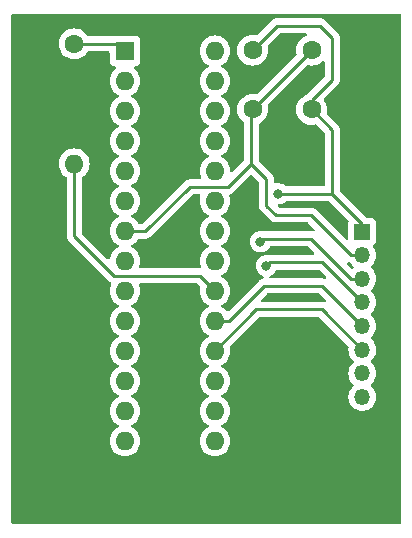
<source format=gbr>
%TF.GenerationSoftware,KiCad,Pcbnew,7.0.1*%
%TF.CreationDate,2023-04-21T04:09:38+01:00*%
%TF.ProjectId,wiikey,7769696b-6579-42e6-9b69-6361645f7063,rev?*%
%TF.SameCoordinates,Original*%
%TF.FileFunction,Copper,L1,Top*%
%TF.FilePolarity,Positive*%
%FSLAX46Y46*%
G04 Gerber Fmt 4.6, Leading zero omitted, Abs format (unit mm)*
G04 Created by KiCad (PCBNEW 7.0.1) date 2023-04-21 04:09:38*
%MOMM*%
%LPD*%
G01*
G04 APERTURE LIST*
%TA.AperFunction,ComponentPad*%
%ADD10R,1.350000X1.350000*%
%TD*%
%TA.AperFunction,ComponentPad*%
%ADD11O,1.350000X1.350000*%
%TD*%
%TA.AperFunction,ComponentPad*%
%ADD12C,1.600000*%
%TD*%
%TA.AperFunction,ComponentPad*%
%ADD13O,1.600000X1.600000*%
%TD*%
%TA.AperFunction,ComponentPad*%
%ADD14R,1.600000X1.600000*%
%TD*%
%TA.AperFunction,ViaPad*%
%ADD15C,0.800000*%
%TD*%
%TA.AperFunction,Conductor*%
%ADD16C,0.250000*%
%TD*%
G04 APERTURE END LIST*
D10*
%TO.P,J1,1,Pin_1*%
%TO.N,Net-(J1-Pin_1)*%
X174142400Y-104325400D03*
D11*
%TO.P,J1,2,Pin_2*%
%TO.N,Net-(J1-Pin_2)*%
X174142400Y-106325400D03*
%TO.P,J1,3,Pin_3*%
%TO.N,Net-(J1-Pin_3)*%
X174142400Y-108325400D03*
%TO.P,J1,4,Pin_4*%
%TO.N,Net-(J1-Pin_4)*%
X174142400Y-110325400D03*
%TO.P,J1,5,Pin_5*%
%TO.N,Net-(J1-Pin_5)*%
X174142400Y-112325400D03*
%TO.P,J1,6,Pin_6*%
%TO.N,Net-(J1-Pin_6)*%
X174142400Y-114325400D03*
%TO.P,J1,7,Pin_7*%
%TO.N,unconnected-(J1-Pin_7-Pad7)*%
X174142400Y-116325400D03*
%TO.P,J1,8,Pin_8*%
%TO.N,unconnected-(J1-Pin_8-Pad8)*%
X174142400Y-118325400D03*
%TD*%
D12*
%TO.P,R1,1*%
%TO.N,Net-(U1-PC6{slash}~{RESET})*%
X149758400Y-88417400D03*
D13*
%TO.P,R1,2*%
%TO.N,Net-(U1-AVCC)*%
X149758400Y-98577400D03*
%TD*%
D14*
%TO.P,U1,1,PC6/~{RESET}*%
%TO.N,Net-(U1-PC6{slash}~{RESET})*%
X154051000Y-89027000D03*
D13*
%TO.P,U1,2,PD0*%
%TO.N,unconnected-(U1-PD0-Pad2)*%
X154051000Y-91567000D03*
%TO.P,U1,3,PD1*%
%TO.N,unconnected-(U1-PD1-Pad3)*%
X154051000Y-94107000D03*
%TO.P,U1,4,PD2*%
%TO.N,unconnected-(U1-PD2-Pad4)*%
X154051000Y-96647000D03*
%TO.P,U1,5,PD3*%
%TO.N,unconnected-(U1-PD3-Pad5)*%
X154051000Y-99187000D03*
%TO.P,U1,6,PD4*%
%TO.N,unconnected-(U1-PD4-Pad6)*%
X154051000Y-101727000D03*
%TO.P,U1,7,VCC*%
%TO.N,Net-(J1-Pin_2)*%
X154051000Y-104267000D03*
%TO.P,U1,8,GND*%
%TO.N,Net-(J1-Pin_1)*%
X154051000Y-106807000D03*
%TO.P,U1,9,PB6/XTAL1*%
%TO.N,unconnected-(U1-PB6{slash}XTAL1-Pad9)*%
X154051000Y-109347000D03*
%TO.P,U1,10,PB7/XTAL2*%
%TO.N,unconnected-(U1-PB7{slash}XTAL2-Pad10)*%
X154051000Y-111887000D03*
%TO.P,U1,11,PD5*%
%TO.N,unconnected-(U1-PD5-Pad11)*%
X154051000Y-114427000D03*
%TO.P,U1,12,PD6*%
%TO.N,unconnected-(U1-PD6-Pad12)*%
X154051000Y-116967000D03*
%TO.P,U1,13,PD7*%
%TO.N,unconnected-(U1-PD7-Pad13)*%
X154051000Y-119507000D03*
%TO.P,U1,14,PB0*%
%TO.N,unconnected-(U1-PB0-Pad14)*%
X154051000Y-122047000D03*
%TO.P,U1,15,PB1*%
%TO.N,Net-(J1-Pin_3)*%
X161671000Y-122047000D03*
%TO.P,U1,16,PB2*%
%TO.N,unconnected-(U1-PB2-Pad16)*%
X161671000Y-119507000D03*
%TO.P,U1,17,PB3*%
%TO.N,Net-(J1-Pin_4)*%
X161671000Y-116967000D03*
%TO.P,U1,18,PB4*%
%TO.N,Net-(J1-Pin_6)*%
X161671000Y-114427000D03*
%TO.P,U1,19,PB5*%
%TO.N,Net-(J1-Pin_5)*%
X161671000Y-111887000D03*
%TO.P,U1,20,AVCC*%
%TO.N,Net-(U1-AVCC)*%
X161671000Y-109347000D03*
%TO.P,U1,21,AREF*%
%TO.N,unconnected-(U1-AREF-Pad21)*%
X161671000Y-106807000D03*
%TO.P,U1,22,AGND*%
%TO.N,Net-(J1-Pin_1)*%
X161671000Y-104267000D03*
%TO.P,U1,23,PC0*%
%TO.N,unconnected-(U1-PC0-Pad23)*%
X161671000Y-101727000D03*
%TO.P,U1,24,PC1*%
%TO.N,unconnected-(U1-PC1-Pad24)*%
X161671000Y-99187000D03*
%TO.P,U1,25,PC2*%
%TO.N,unconnected-(U1-PC2-Pad25)*%
X161671000Y-96647000D03*
%TO.P,U1,26,PC3*%
%TO.N,unconnected-(U1-PC3-Pad26)*%
X161671000Y-94107000D03*
%TO.P,U1,27,PC4*%
%TO.N,unconnected-(U1-PC4-Pad27)*%
X161671000Y-91567000D03*
%TO.P,U1,28,PC5*%
%TO.N,unconnected-(U1-PC5-Pad28)*%
X161671000Y-89027000D03*
%TD*%
D12*
%TO.P,C2,1*%
%TO.N,Net-(J1-Pin_2)*%
X164851000Y-93980000D03*
%TO.P,C2,2*%
%TO.N,Net-(J1-Pin_1)*%
X169851000Y-93980000D03*
%TD*%
%TO.P,C1,1*%
%TO.N,Net-(J1-Pin_1)*%
X164851000Y-88977000D03*
%TO.P,C1,2*%
%TO.N,Net-(J1-Pin_2)*%
X169851000Y-88977000D03*
%TD*%
D15*
%TO.N,Net-(J1-Pin_1)*%
X167030400Y-101117400D03*
%TO.N,Net-(J1-Pin_3)*%
X165506400Y-105181400D03*
%TO.N,Net-(J1-Pin_4)*%
X166014400Y-107213400D03*
%TD*%
D16*
%TO.N,Net-(J1-Pin_1)*%
X171602400Y-95731400D02*
X169851000Y-93980000D01*
X171602400Y-87909400D02*
X170586400Y-86893400D01*
X161671000Y-104267000D02*
X161671000Y-103936800D01*
X166934600Y-86893400D02*
X164851000Y-88977000D01*
X167030400Y-101117400D02*
X171602400Y-101117400D01*
X171602400Y-91465400D02*
X171602400Y-87909400D01*
X174142400Y-104325400D02*
X174142400Y-103657400D01*
X171602400Y-101117400D02*
X171602400Y-95731400D01*
X169851000Y-93980000D02*
X169851000Y-93216800D01*
X174142400Y-103657400D02*
X171602400Y-101117400D01*
X161264600Y-104673400D02*
X161671000Y-104267000D01*
X169851000Y-93216800D02*
X171602400Y-91465400D01*
X170586400Y-86893400D02*
X166934600Y-86893400D01*
%TO.N,Net-(J1-Pin_2)*%
X166795200Y-102914200D02*
X166014400Y-102133400D01*
X166014400Y-99847400D02*
X164744400Y-98577400D01*
X164744400Y-94086600D02*
X164851000Y-93980000D01*
X164744400Y-98577400D02*
X164744400Y-94086600D01*
X155778200Y-104292400D02*
X154076400Y-104292400D01*
X164851000Y-93980000D02*
X169851000Y-88980000D01*
X173184800Y-106325400D02*
X174142400Y-106325400D01*
X169773600Y-102914200D02*
X173184800Y-106325400D01*
X162788600Y-100533200D02*
X159537400Y-100533200D01*
X166014400Y-102133400D02*
X166014400Y-99847400D01*
X154076400Y-104292400D02*
X154051000Y-104267000D01*
X159537400Y-100533200D02*
X155778200Y-104292400D01*
X169851000Y-88980000D02*
X169851000Y-88977000D01*
X164744400Y-98577400D02*
X162788600Y-100533200D01*
X169773600Y-102914200D02*
X166795200Y-102914200D01*
%TO.N,Net-(J1-Pin_3)*%
X169773600Y-104914200D02*
X173184800Y-108325400D01*
X165773600Y-104914200D02*
X165506400Y-105181400D01*
X173184800Y-108325400D02*
X174142400Y-108325400D01*
X169773600Y-104914200D02*
X165773600Y-104914200D01*
%TO.N,Net-(J1-Pin_4)*%
X166313600Y-106914200D02*
X170731200Y-106914200D01*
X170731200Y-106914200D02*
X174142400Y-110325400D01*
X166014400Y-107213400D02*
X166313600Y-106914200D01*
%TO.N,Net-(J1-Pin_5)*%
X170731200Y-108914200D02*
X174142400Y-112325400D01*
X165837600Y-108914200D02*
X170731200Y-108914200D01*
X162864800Y-111887000D02*
X165837600Y-108914200D01*
X161671000Y-111887000D02*
X162864800Y-111887000D01*
%TO.N,Net-(J1-Pin_6)*%
X165183800Y-110914200D02*
X170731200Y-110914200D01*
X161671000Y-114427000D02*
X165183800Y-110914200D01*
X170731200Y-110914200D02*
X174142400Y-114325400D01*
%TO.N,Net-(U1-PC6{slash}~{RESET})*%
X149758400Y-88417400D02*
X153441400Y-88417400D01*
X153441400Y-88417400D02*
X154051000Y-89027000D01*
%TO.N,Net-(U1-AVCC)*%
X153085800Y-108051600D02*
X160375600Y-108051600D01*
X149758400Y-104724200D02*
X153085800Y-108051600D01*
X149758400Y-98577400D02*
X149758400Y-104724200D01*
X160375600Y-108051600D02*
X161671000Y-109347000D01*
%TD*%
%TA.AperFunction,NonConductor*%
G36*
X177381900Y-85894513D02*
G01*
X177427287Y-85939900D01*
X177443900Y-86001900D01*
X177443900Y-128932900D01*
X177427287Y-128994900D01*
X177381900Y-129040287D01*
X177319900Y-129056900D01*
X144548900Y-129056900D01*
X144486900Y-129040287D01*
X144441513Y-128994900D01*
X144424900Y-128932900D01*
X144424900Y-98577400D01*
X148452931Y-98577400D01*
X148472764Y-98804089D01*
X148531661Y-99023897D01*
X148627832Y-99230135D01*
X148758353Y-99416540D01*
X148919259Y-99577446D01*
X149080023Y-99690013D01*
X149118889Y-99734331D01*
X149132900Y-99791588D01*
X149132900Y-104641456D01*
X149130635Y-104661962D01*
X149132839Y-104732073D01*
X149132900Y-104735968D01*
X149132900Y-104763549D01*
X149133403Y-104767534D01*
X149134318Y-104779167D01*
X149135690Y-104822826D01*
X149141279Y-104842060D01*
X149145225Y-104861116D01*
X149147735Y-104880992D01*
X149163814Y-104921604D01*
X149167597Y-104932651D01*
X149179782Y-104974591D01*
X149189980Y-104991835D01*
X149198536Y-105009300D01*
X149205914Y-105027932D01*
X149205915Y-105027933D01*
X149231580Y-105063259D01*
X149237993Y-105073022D01*
X149260226Y-105110616D01*
X149260229Y-105110619D01*
X149260230Y-105110620D01*
X149274395Y-105124785D01*
X149287027Y-105139575D01*
X149298806Y-105155787D01*
X149332458Y-105183626D01*
X149341099Y-105191489D01*
X152584996Y-108435387D01*
X152597896Y-108451488D01*
X152649023Y-108499500D01*
X152651820Y-108502211D01*
X152671329Y-108521720D01*
X152674511Y-108524188D01*
X152683371Y-108531755D01*
X152694624Y-108542323D01*
X152715218Y-108561662D01*
X152732770Y-108571311D01*
X152749038Y-108581997D01*
X152764864Y-108594273D01*
X152804946Y-108611617D01*
X152815425Y-108616750D01*
X152826089Y-108622613D01*
X152870972Y-108664710D01*
X152890091Y-108723201D01*
X152878736Y-108783681D01*
X152824261Y-108900501D01*
X152765364Y-109120310D01*
X152745531Y-109347000D01*
X152765364Y-109573689D01*
X152824261Y-109793497D01*
X152920432Y-109999735D01*
X153050953Y-110186140D01*
X153211859Y-110347046D01*
X153380278Y-110464973D01*
X153398266Y-110477568D01*
X153456275Y-110504618D01*
X153508450Y-110550375D01*
X153527869Y-110617000D01*
X153508450Y-110683625D01*
X153456275Y-110729382D01*
X153398263Y-110756433D01*
X153211859Y-110886953D01*
X153050953Y-111047859D01*
X152920432Y-111234264D01*
X152824261Y-111440502D01*
X152765364Y-111660310D01*
X152745531Y-111887000D01*
X152765364Y-112113689D01*
X152824261Y-112333497D01*
X152920432Y-112539735D01*
X153050953Y-112726140D01*
X153211859Y-112887046D01*
X153398262Y-113017565D01*
X153398266Y-113017568D01*
X153456275Y-113044618D01*
X153508450Y-113090375D01*
X153527869Y-113157000D01*
X153508450Y-113223625D01*
X153456275Y-113269382D01*
X153398263Y-113296433D01*
X153211859Y-113426953D01*
X153050953Y-113587859D01*
X152920432Y-113774264D01*
X152824261Y-113980502D01*
X152765364Y-114200310D01*
X152745531Y-114427000D01*
X152765364Y-114653689D01*
X152824261Y-114873497D01*
X152920432Y-115079735D01*
X153050953Y-115266140D01*
X153211859Y-115427046D01*
X153359003Y-115530076D01*
X153398266Y-115557568D01*
X153456273Y-115584617D01*
X153508449Y-115630373D01*
X153527869Y-115696997D01*
X153508451Y-115763622D01*
X153456276Y-115809380D01*
X153398266Y-115836431D01*
X153211859Y-115966953D01*
X153050953Y-116127859D01*
X152920432Y-116314264D01*
X152824261Y-116520502D01*
X152765364Y-116740310D01*
X152745531Y-116967000D01*
X152765364Y-117193689D01*
X152824261Y-117413497D01*
X152920432Y-117619735D01*
X153050953Y-117806140D01*
X153211859Y-117967046D01*
X153398263Y-118097566D01*
X153398266Y-118097568D01*
X153456275Y-118124618D01*
X153508450Y-118170375D01*
X153527869Y-118237000D01*
X153508450Y-118303625D01*
X153456275Y-118349382D01*
X153398263Y-118376433D01*
X153211859Y-118506953D01*
X153050953Y-118667859D01*
X152920432Y-118854264D01*
X152824261Y-119060502D01*
X152765364Y-119280310D01*
X152745531Y-119507000D01*
X152765364Y-119733689D01*
X152824261Y-119953497D01*
X152920432Y-120159735D01*
X153050953Y-120346140D01*
X153211859Y-120507046D01*
X153398263Y-120637566D01*
X153398266Y-120637568D01*
X153456275Y-120664618D01*
X153508450Y-120710375D01*
X153527869Y-120777000D01*
X153508450Y-120843625D01*
X153456275Y-120889382D01*
X153398263Y-120916433D01*
X153211859Y-121046953D01*
X153050953Y-121207859D01*
X152920432Y-121394264D01*
X152824261Y-121600502D01*
X152765364Y-121820310D01*
X152745531Y-122047000D01*
X152765364Y-122273689D01*
X152824261Y-122493497D01*
X152920432Y-122699735D01*
X153050953Y-122886140D01*
X153211859Y-123047046D01*
X153398264Y-123177567D01*
X153398265Y-123177567D01*
X153398266Y-123177568D01*
X153604504Y-123273739D01*
X153824308Y-123332635D01*
X154051000Y-123352468D01*
X154277692Y-123332635D01*
X154497496Y-123273739D01*
X154703734Y-123177568D01*
X154890139Y-123047047D01*
X155051047Y-122886139D01*
X155181568Y-122699734D01*
X155277739Y-122493496D01*
X155336635Y-122273692D01*
X155356468Y-122047000D01*
X155336635Y-121820308D01*
X155277739Y-121600504D01*
X155181568Y-121394266D01*
X155051047Y-121207861D01*
X155051046Y-121207859D01*
X154890140Y-121046953D01*
X154703733Y-120916431D01*
X154645725Y-120889382D01*
X154593549Y-120843625D01*
X154574129Y-120777000D01*
X154593549Y-120710375D01*
X154645725Y-120664618D01*
X154703734Y-120637568D01*
X154890139Y-120507047D01*
X155051047Y-120346139D01*
X155181568Y-120159734D01*
X155277739Y-119953496D01*
X155336635Y-119733692D01*
X155356468Y-119507000D01*
X155336635Y-119280308D01*
X155277739Y-119060504D01*
X155181568Y-118854266D01*
X155109862Y-118751859D01*
X155051046Y-118667859D01*
X154890140Y-118506953D01*
X154703733Y-118376431D01*
X154645725Y-118349382D01*
X154593549Y-118303625D01*
X154574129Y-118237000D01*
X154593549Y-118170375D01*
X154645725Y-118124618D01*
X154703734Y-118097568D01*
X154890139Y-117967047D01*
X155051047Y-117806139D01*
X155181568Y-117619734D01*
X155277739Y-117413496D01*
X155336635Y-117193692D01*
X155356468Y-116967000D01*
X155336635Y-116740308D01*
X155277739Y-116520504D01*
X155181568Y-116314266D01*
X155051047Y-116127861D01*
X155051046Y-116127859D01*
X154890140Y-115966953D01*
X154703732Y-115836430D01*
X154645724Y-115809380D01*
X154593549Y-115763623D01*
X154574130Y-115696997D01*
X154593550Y-115630373D01*
X154645721Y-115584619D01*
X154703734Y-115557568D01*
X154890139Y-115427047D01*
X155051047Y-115266139D01*
X155181568Y-115079734D01*
X155277739Y-114873496D01*
X155336635Y-114653692D01*
X155356468Y-114427000D01*
X155336635Y-114200308D01*
X155277739Y-113980504D01*
X155181568Y-113774266D01*
X155132317Y-113703928D01*
X155051046Y-113587859D01*
X154890140Y-113426953D01*
X154703732Y-113296430D01*
X154645724Y-113269380D01*
X154593549Y-113223623D01*
X154574130Y-113156997D01*
X154593550Y-113090373D01*
X154645721Y-113044619D01*
X154703734Y-113017568D01*
X154890139Y-112887047D01*
X155051047Y-112726139D01*
X155181568Y-112539734D01*
X155277739Y-112333496D01*
X155336635Y-112113692D01*
X155356468Y-111887000D01*
X155336635Y-111660308D01*
X155277739Y-111440504D01*
X155181568Y-111234266D01*
X155102064Y-111120722D01*
X155051046Y-111047859D01*
X154890140Y-110886953D01*
X154703733Y-110756431D01*
X154645725Y-110729382D01*
X154593549Y-110683625D01*
X154574129Y-110617000D01*
X154593549Y-110550375D01*
X154645725Y-110504618D01*
X154703734Y-110477568D01*
X154890139Y-110347047D01*
X155051047Y-110186139D01*
X155181568Y-109999734D01*
X155277739Y-109793496D01*
X155336635Y-109573692D01*
X155356468Y-109347000D01*
X155336635Y-109120308D01*
X155277739Y-108900504D01*
X155255823Y-108853505D01*
X155244470Y-108792990D01*
X155263624Y-108734475D01*
X155308562Y-108692386D01*
X155368205Y-108677100D01*
X160065148Y-108677100D01*
X160112601Y-108686539D01*
X160152829Y-108713419D01*
X160371586Y-108932177D01*
X160403680Y-108987764D01*
X160403680Y-109051950D01*
X160385364Y-109120307D01*
X160365531Y-109347000D01*
X160385364Y-109573689D01*
X160444261Y-109793497D01*
X160540432Y-109999735D01*
X160670953Y-110186140D01*
X160831859Y-110347046D01*
X161000278Y-110464973D01*
X161018266Y-110477568D01*
X161076275Y-110504618D01*
X161128450Y-110550375D01*
X161147869Y-110617000D01*
X161128450Y-110683625D01*
X161076275Y-110729382D01*
X161018263Y-110756433D01*
X160831859Y-110886953D01*
X160670953Y-111047859D01*
X160540432Y-111234264D01*
X160444261Y-111440502D01*
X160385364Y-111660310D01*
X160365531Y-111887000D01*
X160385364Y-112113689D01*
X160444261Y-112333497D01*
X160540432Y-112539735D01*
X160670953Y-112726140D01*
X160831859Y-112887046D01*
X161018262Y-113017565D01*
X161018266Y-113017568D01*
X161076275Y-113044618D01*
X161128450Y-113090375D01*
X161147869Y-113157000D01*
X161128450Y-113223625D01*
X161076275Y-113269382D01*
X161018263Y-113296433D01*
X160831859Y-113426953D01*
X160670953Y-113587859D01*
X160540432Y-113774264D01*
X160444261Y-113980502D01*
X160385364Y-114200310D01*
X160365531Y-114427000D01*
X160385364Y-114653689D01*
X160444261Y-114873497D01*
X160540432Y-115079735D01*
X160670953Y-115266140D01*
X160831859Y-115427046D01*
X160979003Y-115530076D01*
X161018266Y-115557568D01*
X161076273Y-115584617D01*
X161128449Y-115630373D01*
X161147869Y-115696997D01*
X161128451Y-115763622D01*
X161076276Y-115809380D01*
X161018266Y-115836431D01*
X160831859Y-115966953D01*
X160670953Y-116127859D01*
X160540432Y-116314264D01*
X160444261Y-116520502D01*
X160385364Y-116740310D01*
X160365531Y-116967000D01*
X160385364Y-117193689D01*
X160444261Y-117413497D01*
X160540432Y-117619735D01*
X160670953Y-117806140D01*
X160831859Y-117967046D01*
X161018263Y-118097566D01*
X161018266Y-118097568D01*
X161076275Y-118124618D01*
X161128450Y-118170375D01*
X161147869Y-118237000D01*
X161128450Y-118303625D01*
X161076275Y-118349382D01*
X161018263Y-118376433D01*
X160831859Y-118506953D01*
X160670953Y-118667859D01*
X160540432Y-118854264D01*
X160444261Y-119060502D01*
X160385364Y-119280310D01*
X160365531Y-119507000D01*
X160385364Y-119733689D01*
X160444261Y-119953497D01*
X160540432Y-120159735D01*
X160670953Y-120346140D01*
X160831859Y-120507046D01*
X161018263Y-120637566D01*
X161018266Y-120637568D01*
X161076275Y-120664618D01*
X161128450Y-120710375D01*
X161147869Y-120777000D01*
X161128450Y-120843625D01*
X161076275Y-120889382D01*
X161018263Y-120916433D01*
X160831859Y-121046953D01*
X160670953Y-121207859D01*
X160540432Y-121394264D01*
X160444261Y-121600502D01*
X160385364Y-121820310D01*
X160365531Y-122047000D01*
X160385364Y-122273689D01*
X160444261Y-122493497D01*
X160540432Y-122699735D01*
X160670953Y-122886140D01*
X160831859Y-123047046D01*
X161018264Y-123177567D01*
X161018265Y-123177567D01*
X161018266Y-123177568D01*
X161224504Y-123273739D01*
X161444308Y-123332635D01*
X161671000Y-123352468D01*
X161897692Y-123332635D01*
X162117496Y-123273739D01*
X162323734Y-123177568D01*
X162510139Y-123047047D01*
X162671047Y-122886139D01*
X162801568Y-122699734D01*
X162897739Y-122493496D01*
X162956635Y-122273692D01*
X162976468Y-122047000D01*
X162956635Y-121820308D01*
X162897739Y-121600504D01*
X162801568Y-121394266D01*
X162671047Y-121207861D01*
X162671046Y-121207859D01*
X162510140Y-121046953D01*
X162323733Y-120916431D01*
X162265725Y-120889382D01*
X162213549Y-120843625D01*
X162194129Y-120777000D01*
X162213549Y-120710375D01*
X162265725Y-120664618D01*
X162323734Y-120637568D01*
X162510139Y-120507047D01*
X162671047Y-120346139D01*
X162801568Y-120159734D01*
X162897739Y-119953496D01*
X162956635Y-119733692D01*
X162976468Y-119507000D01*
X162956635Y-119280308D01*
X162897739Y-119060504D01*
X162801568Y-118854266D01*
X162729862Y-118751859D01*
X162671046Y-118667859D01*
X162510140Y-118506953D01*
X162323733Y-118376431D01*
X162265725Y-118349382D01*
X162213549Y-118303625D01*
X162194129Y-118237000D01*
X162213549Y-118170375D01*
X162265725Y-118124618D01*
X162323734Y-118097568D01*
X162510139Y-117967047D01*
X162671047Y-117806139D01*
X162801568Y-117619734D01*
X162897739Y-117413496D01*
X162956635Y-117193692D01*
X162976468Y-116967000D01*
X162956635Y-116740308D01*
X162897739Y-116520504D01*
X162801568Y-116314266D01*
X162671047Y-116127861D01*
X162671046Y-116127859D01*
X162510140Y-115966953D01*
X162323732Y-115836430D01*
X162265724Y-115809380D01*
X162213549Y-115763623D01*
X162194130Y-115696997D01*
X162213550Y-115630373D01*
X162265721Y-115584619D01*
X162323734Y-115557568D01*
X162510139Y-115427047D01*
X162671047Y-115266139D01*
X162801568Y-115079734D01*
X162897739Y-114873496D01*
X162956635Y-114653692D01*
X162976468Y-114427000D01*
X162956635Y-114200308D01*
X162938319Y-114131951D01*
X162938319Y-114067763D01*
X162970411Y-114012178D01*
X165406571Y-111576019D01*
X165446800Y-111549139D01*
X165494253Y-111539700D01*
X170420748Y-111539700D01*
X170468201Y-111549139D01*
X170508429Y-111576019D01*
X172945800Y-114013390D01*
X172974749Y-114058959D01*
X172981590Y-114112512D01*
X172961864Y-114325399D01*
X172981964Y-114542325D01*
X173041581Y-114751857D01*
X173138687Y-114946871D01*
X173138688Y-114946872D01*
X173269973Y-115120722D01*
X173393975Y-115233764D01*
X173429701Y-115291464D01*
X173429702Y-115359333D01*
X173393973Y-115417036D01*
X173269973Y-115530076D01*
X173138687Y-115703928D01*
X173041581Y-115898942D01*
X172981964Y-116108474D01*
X172961864Y-116325399D01*
X172981964Y-116542325D01*
X173041581Y-116751857D01*
X173138687Y-116946871D01*
X173269973Y-117120723D01*
X173393972Y-117233763D01*
X173429700Y-117291466D01*
X173429700Y-117359334D01*
X173393972Y-117417037D01*
X173269973Y-117530076D01*
X173138687Y-117703928D01*
X173041581Y-117898942D01*
X172981964Y-118108474D01*
X172961864Y-118325399D01*
X172981964Y-118542325D01*
X173041581Y-118751857D01*
X173138687Y-118946871D01*
X173269973Y-119120723D01*
X173417893Y-119255569D01*
X173430968Y-119267488D01*
X173523578Y-119324829D01*
X173616191Y-119382173D01*
X173800391Y-119453532D01*
X173819331Y-119460870D01*
X174033474Y-119500900D01*
X174251324Y-119500900D01*
X174251326Y-119500900D01*
X174465469Y-119460870D01*
X174600896Y-119408404D01*
X174668608Y-119382173D01*
X174668610Y-119382172D01*
X174853832Y-119267488D01*
X175014827Y-119120722D01*
X175146112Y-118946872D01*
X175243217Y-118751859D01*
X175243218Y-118751857D01*
X175302835Y-118542325D01*
X175306113Y-118506953D01*
X175322936Y-118325400D01*
X175302835Y-118108477D01*
X175302835Y-118108474D01*
X175243218Y-117898942D01*
X175146112Y-117703928D01*
X175014826Y-117530076D01*
X174890827Y-117417037D01*
X174855099Y-117359334D01*
X174855099Y-117291466D01*
X174890827Y-117233763D01*
X175014826Y-117120723D01*
X175014827Y-117120722D01*
X175146112Y-116946872D01*
X175243217Y-116751859D01*
X175246504Y-116740308D01*
X175302835Y-116542325D01*
X175305749Y-116510867D01*
X175322936Y-116325400D01*
X175302835Y-116108477D01*
X175302835Y-116108474D01*
X175243218Y-115898942D01*
X175146112Y-115703928D01*
X175014826Y-115530076D01*
X174890827Y-115417037D01*
X174855099Y-115359334D01*
X174855099Y-115291466D01*
X174890827Y-115233763D01*
X175014826Y-115120723D01*
X175014829Y-115120719D01*
X175146112Y-114946872D01*
X175243217Y-114751859D01*
X175271149Y-114653689D01*
X175302835Y-114542325D01*
X175313521Y-114427000D01*
X175322936Y-114325400D01*
X175302835Y-114108477D01*
X175302835Y-114108474D01*
X175243218Y-113898942D01*
X175146112Y-113703928D01*
X175014826Y-113530076D01*
X174890827Y-113417037D01*
X174855099Y-113359334D01*
X174855099Y-113291466D01*
X174890827Y-113233763D01*
X175014826Y-113120723D01*
X175014827Y-113120722D01*
X175146112Y-112946872D01*
X175243217Y-112751859D01*
X175250535Y-112726139D01*
X175302835Y-112542325D01*
X175305749Y-112510867D01*
X175322936Y-112325400D01*
X175302835Y-112108477D01*
X175302835Y-112108474D01*
X175243218Y-111898942D01*
X175146112Y-111703928D01*
X175014826Y-111530076D01*
X174890827Y-111417037D01*
X174855099Y-111359334D01*
X174855099Y-111291466D01*
X174890827Y-111233763D01*
X175014826Y-111120723D01*
X175014827Y-111120722D01*
X175146112Y-110946872D01*
X175243217Y-110751859D01*
X175243218Y-110751857D01*
X175302835Y-110542325D01*
X175308835Y-110477568D01*
X175322936Y-110325400D01*
X175302835Y-110108477D01*
X175302835Y-110108474D01*
X175243218Y-109898942D01*
X175146112Y-109703928D01*
X175014826Y-109530076D01*
X174890827Y-109417037D01*
X174855099Y-109359334D01*
X174855099Y-109291466D01*
X174890827Y-109233763D01*
X175014826Y-109120723D01*
X175015138Y-109120310D01*
X175146112Y-108946872D01*
X175243217Y-108751859D01*
X175243218Y-108751857D01*
X175302835Y-108542325D01*
X175307044Y-108496897D01*
X175322936Y-108325400D01*
X175302835Y-108108477D01*
X175302835Y-108108474D01*
X175243218Y-107898942D01*
X175146112Y-107703928D01*
X175014826Y-107530076D01*
X174890827Y-107417036D01*
X174855098Y-107359333D01*
X174855099Y-107291464D01*
X174890824Y-107233764D01*
X175014827Y-107120722D01*
X175146112Y-106946872D01*
X175243217Y-106751859D01*
X175243218Y-106751857D01*
X175302835Y-106542325D01*
X175305749Y-106510867D01*
X175322936Y-106325400D01*
X175302835Y-106108477D01*
X175302835Y-106108474D01*
X175243218Y-105898942D01*
X175146112Y-105703928D01*
X175064652Y-105596057D01*
X175040525Y-105536396D01*
X175049550Y-105472677D01*
X175089294Y-105422064D01*
X175174946Y-105357946D01*
X175261196Y-105242731D01*
X175311491Y-105107883D01*
X175317900Y-105048273D01*
X175317899Y-103602528D01*
X175311491Y-103542917D01*
X175261196Y-103408069D01*
X175174946Y-103292854D01*
X175059731Y-103206604D01*
X174924883Y-103156309D01*
X174865273Y-103149900D01*
X174865269Y-103149900D01*
X174570853Y-103149900D01*
X174523400Y-103140461D01*
X174483172Y-103113581D01*
X172264219Y-100894628D01*
X172237339Y-100854400D01*
X172227900Y-100806947D01*
X172227900Y-95814144D01*
X172230164Y-95793636D01*
X172227961Y-95723513D01*
X172227900Y-95719619D01*
X172227900Y-95692054D01*
X172227900Y-95692050D01*
X172227397Y-95688070D01*
X172226481Y-95676428D01*
X172225555Y-95646953D01*
X172225110Y-95632773D01*
X172219518Y-95613526D01*
X172215574Y-95594485D01*
X172213064Y-95574608D01*
X172196979Y-95533983D01*
X172193208Y-95522968D01*
X172181018Y-95481010D01*
X172170814Y-95463755D01*
X172162261Y-95446295D01*
X172154886Y-95427669D01*
X172154886Y-95427668D01*
X172129208Y-95392325D01*
X172122801Y-95382571D01*
X172100569Y-95344979D01*
X172086406Y-95330816D01*
X172073767Y-95316017D01*
X172061995Y-95299813D01*
X172028341Y-95271973D01*
X172019699Y-95264109D01*
X171150413Y-94394822D01*
X171118319Y-94339234D01*
X171118319Y-94275047D01*
X171136635Y-94206692D01*
X171156468Y-93980000D01*
X171136635Y-93753308D01*
X171077739Y-93533504D01*
X170981568Y-93327266D01*
X170939973Y-93267861D01*
X170894451Y-93202848D01*
X170873335Y-93149696D01*
X170878320Y-93092721D01*
X170908343Y-93044046D01*
X171986186Y-91966202D01*
X172002287Y-91953304D01*
X172004274Y-91951187D01*
X172004277Y-91951186D01*
X172050332Y-91902141D01*
X172053013Y-91899376D01*
X172072520Y-91879870D01*
X172074981Y-91876695D01*
X172082552Y-91867831D01*
X172112462Y-91835982D01*
X172122113Y-91818426D01*
X172132793Y-91802167D01*
X172145074Y-91786336D01*
X172162418Y-91746251D01*
X172167560Y-91735756D01*
X172188597Y-91697492D01*
X172193578Y-91678088D01*
X172199880Y-91659683D01*
X172207838Y-91641295D01*
X172214670Y-91598148D01*
X172217039Y-91586716D01*
X172227900Y-91544420D01*
X172227900Y-91524384D01*
X172229427Y-91504985D01*
X172232560Y-91485204D01*
X172228450Y-91441725D01*
X172227900Y-91430056D01*
X172227900Y-87992144D01*
X172230164Y-87971637D01*
X172227961Y-87901527D01*
X172227900Y-87897632D01*
X172227900Y-87870053D01*
X172227824Y-87869454D01*
X172227396Y-87866065D01*
X172226480Y-87854419D01*
X172226229Y-87846432D01*
X172225109Y-87810773D01*
X172219520Y-87791540D01*
X172215574Y-87772482D01*
X172213064Y-87752606D01*
X172196988Y-87712004D01*
X172193204Y-87700953D01*
X172184656Y-87671532D01*
X172181018Y-87659010D01*
X172170814Y-87641755D01*
X172162261Y-87624295D01*
X172154886Y-87605669D01*
X172154886Y-87605668D01*
X172129208Y-87570325D01*
X172122801Y-87560571D01*
X172100569Y-87522979D01*
X172086406Y-87508816D01*
X172073767Y-87494017D01*
X172061995Y-87477813D01*
X172028341Y-87449973D01*
X172019699Y-87442109D01*
X171087202Y-86509611D01*
X171074306Y-86493513D01*
X171023175Y-86445498D01*
X171020378Y-86442787D01*
X171000870Y-86423279D01*
X170997690Y-86420812D01*
X170988824Y-86413239D01*
X170956982Y-86383338D01*
X170939424Y-86373685D01*
X170923164Y-86363004D01*
X170907336Y-86350727D01*
X170867251Y-86333380D01*
X170856761Y-86328241D01*
X170818491Y-86307202D01*
X170799091Y-86302221D01*
X170780684Y-86295919D01*
X170762297Y-86287962D01*
X170719158Y-86281129D01*
X170707724Y-86278761D01*
X170665419Y-86267900D01*
X170645384Y-86267900D01*
X170625986Y-86266373D01*
X170618562Y-86265197D01*
X170606205Y-86263240D01*
X170606204Y-86263240D01*
X170579884Y-86265728D01*
X170562725Y-86267350D01*
X170551056Y-86267900D01*
X167017340Y-86267900D01*
X166996836Y-86265636D01*
X166926744Y-86267839D01*
X166922850Y-86267900D01*
X166895248Y-86267900D01*
X166891253Y-86268404D01*
X166879629Y-86269318D01*
X166835968Y-86270690D01*
X166816729Y-86276280D01*
X166797680Y-86280225D01*
X166777808Y-86282735D01*
X166737193Y-86298815D01*
X166726149Y-86302596D01*
X166684211Y-86314782D01*
X166666964Y-86324981D01*
X166649500Y-86333536D01*
X166630867Y-86340914D01*
X166595526Y-86366589D01*
X166585768Y-86372999D01*
X166548179Y-86395229D01*
X166534010Y-86409398D01*
X166519222Y-86422028D01*
X166503013Y-86433805D01*
X166475172Y-86467458D01*
X166467311Y-86476096D01*
X165265821Y-87677586D01*
X165210234Y-87709680D01*
X165146047Y-87709680D01*
X165077690Y-87691364D01*
X164850999Y-87671531D01*
X164624310Y-87691364D01*
X164404502Y-87750261D01*
X164198264Y-87846432D01*
X164011859Y-87976953D01*
X163850953Y-88137859D01*
X163720432Y-88324264D01*
X163624261Y-88530502D01*
X163565364Y-88750310D01*
X163545531Y-88977000D01*
X163565364Y-89203689D01*
X163624261Y-89423497D01*
X163720432Y-89629735D01*
X163850953Y-89816140D01*
X164011859Y-89977046D01*
X164198264Y-90107567D01*
X164198265Y-90107567D01*
X164198266Y-90107568D01*
X164404504Y-90203739D01*
X164624308Y-90262635D01*
X164851000Y-90282468D01*
X165077692Y-90262635D01*
X165297496Y-90203739D01*
X165503734Y-90107568D01*
X165690139Y-89977047D01*
X165851047Y-89816139D01*
X165981568Y-89629734D01*
X166077739Y-89423496D01*
X166136635Y-89203692D01*
X166156468Y-88977000D01*
X166136635Y-88750308D01*
X166118319Y-88681951D01*
X166118319Y-88617763D01*
X166150411Y-88562178D01*
X167157371Y-87555219D01*
X167197600Y-87528339D01*
X167245053Y-87518900D01*
X169341331Y-87518900D01*
X169405196Y-87536611D01*
X169450816Y-87584685D01*
X169465161Y-87649389D01*
X169444132Y-87712240D01*
X169393736Y-87755282D01*
X169198264Y-87846432D01*
X169011859Y-87976953D01*
X168850953Y-88137859D01*
X168720432Y-88324264D01*
X168624261Y-88530502D01*
X168565364Y-88750310D01*
X168545531Y-88976999D01*
X168565364Y-89203690D01*
X168584314Y-89274413D01*
X168584314Y-89338600D01*
X168552220Y-89394187D01*
X165265821Y-92680586D01*
X165210234Y-92712680D01*
X165146047Y-92712680D01*
X165077690Y-92694364D01*
X164850999Y-92674531D01*
X164624310Y-92694364D01*
X164404502Y-92753261D01*
X164198264Y-92849432D01*
X164011859Y-92979953D01*
X163850953Y-93140859D01*
X163720432Y-93327264D01*
X163624261Y-93533502D01*
X163565364Y-93753310D01*
X163545531Y-93980000D01*
X163565364Y-94206689D01*
X163624261Y-94426497D01*
X163720432Y-94632735D01*
X163809358Y-94759735D01*
X163850953Y-94819139D01*
X164011861Y-94980047D01*
X164066023Y-95017971D01*
X164104889Y-95062289D01*
X164118900Y-95119546D01*
X164118900Y-98266948D01*
X164109461Y-98314401D01*
X164082581Y-98354629D01*
X163186523Y-99250684D01*
X163125680Y-99284064D01*
X163056431Y-99279525D01*
X163000466Y-99238489D01*
X162975314Y-99173810D01*
X162956635Y-98960310D01*
X162956635Y-98960308D01*
X162897739Y-98740504D01*
X162801568Y-98534266D01*
X162675785Y-98354628D01*
X162671046Y-98347859D01*
X162510140Y-98186953D01*
X162323732Y-98056430D01*
X162265724Y-98029380D01*
X162213549Y-97983623D01*
X162194130Y-97916997D01*
X162213550Y-97850373D01*
X162265721Y-97804619D01*
X162323734Y-97777568D01*
X162510139Y-97647047D01*
X162671047Y-97486139D01*
X162801568Y-97299734D01*
X162897739Y-97093496D01*
X162956635Y-96873692D01*
X162976468Y-96647000D01*
X162956635Y-96420308D01*
X162897739Y-96200504D01*
X162801568Y-95994266D01*
X162773493Y-95954171D01*
X162671046Y-95807859D01*
X162510140Y-95646953D01*
X162323733Y-95516431D01*
X162265725Y-95489382D01*
X162213549Y-95443625D01*
X162194129Y-95377000D01*
X162213549Y-95310375D01*
X162265725Y-95264618D01*
X162266817Y-95264109D01*
X162323734Y-95237568D01*
X162510139Y-95107047D01*
X162671047Y-94946139D01*
X162801568Y-94759734D01*
X162897739Y-94553496D01*
X162956635Y-94333692D01*
X162976468Y-94107000D01*
X162956635Y-93880308D01*
X162897739Y-93660504D01*
X162801568Y-93454266D01*
X162712642Y-93327266D01*
X162671046Y-93267859D01*
X162510140Y-93106953D01*
X162323733Y-92976431D01*
X162265725Y-92949382D01*
X162213549Y-92903625D01*
X162194129Y-92837000D01*
X162213549Y-92770375D01*
X162265725Y-92724618D01*
X162323734Y-92697568D01*
X162510139Y-92567047D01*
X162671047Y-92406139D01*
X162801568Y-92219734D01*
X162897739Y-92013496D01*
X162956635Y-91793692D01*
X162976468Y-91567000D01*
X162956635Y-91340308D01*
X162897739Y-91120504D01*
X162801568Y-90914266D01*
X162671047Y-90727861D01*
X162671046Y-90727859D01*
X162510140Y-90566953D01*
X162323733Y-90436431D01*
X162265725Y-90409382D01*
X162213549Y-90363625D01*
X162194129Y-90297000D01*
X162213549Y-90230375D01*
X162265725Y-90184618D01*
X162323734Y-90157568D01*
X162510139Y-90027047D01*
X162671047Y-89866139D01*
X162801568Y-89679734D01*
X162897739Y-89473496D01*
X162956635Y-89253692D01*
X162976468Y-89027000D01*
X162972093Y-88976999D01*
X162956635Y-88800310D01*
X162956635Y-88800308D01*
X162897739Y-88580504D01*
X162801568Y-88374266D01*
X162673040Y-88190708D01*
X162671046Y-88187859D01*
X162510140Y-88026953D01*
X162323735Y-87896432D01*
X162117497Y-87800261D01*
X161897689Y-87741364D01*
X161670999Y-87721531D01*
X161444310Y-87741364D01*
X161224502Y-87800261D01*
X161018264Y-87896432D01*
X160831859Y-88026953D01*
X160670953Y-88187859D01*
X160540432Y-88374264D01*
X160444261Y-88580502D01*
X160385364Y-88800310D01*
X160365531Y-89026999D01*
X160385364Y-89253689D01*
X160444261Y-89473497D01*
X160540432Y-89679735D01*
X160670953Y-89866140D01*
X160831859Y-90027046D01*
X160946858Y-90107568D01*
X161018266Y-90157568D01*
X161076275Y-90184618D01*
X161128450Y-90230375D01*
X161147869Y-90297000D01*
X161128450Y-90363625D01*
X161076275Y-90409382D01*
X161018263Y-90436433D01*
X160831859Y-90566953D01*
X160670953Y-90727859D01*
X160540432Y-90914264D01*
X160444261Y-91120502D01*
X160385364Y-91340310D01*
X160365531Y-91566999D01*
X160385364Y-91793689D01*
X160444261Y-92013497D01*
X160540432Y-92219735D01*
X160670953Y-92406140D01*
X160831859Y-92567046D01*
X161018263Y-92697566D01*
X161018266Y-92697568D01*
X161076275Y-92724618D01*
X161128450Y-92770375D01*
X161147869Y-92837000D01*
X161128450Y-92903625D01*
X161076275Y-92949382D01*
X161018263Y-92976433D01*
X160831859Y-93106953D01*
X160670953Y-93267859D01*
X160540432Y-93454264D01*
X160444261Y-93660502D01*
X160385364Y-93880310D01*
X160365531Y-94106999D01*
X160385364Y-94333689D01*
X160444261Y-94553497D01*
X160540432Y-94759735D01*
X160670953Y-94946140D01*
X160831859Y-95107046D01*
X161018263Y-95237566D01*
X161018266Y-95237568D01*
X161075183Y-95264109D01*
X161076275Y-95264618D01*
X161128450Y-95310375D01*
X161147869Y-95377000D01*
X161128450Y-95443625D01*
X161076275Y-95489382D01*
X161018263Y-95516433D01*
X160831859Y-95646953D01*
X160670953Y-95807859D01*
X160540432Y-95994264D01*
X160444261Y-96200502D01*
X160385364Y-96420310D01*
X160365531Y-96646999D01*
X160385364Y-96873689D01*
X160444261Y-97093497D01*
X160540432Y-97299735D01*
X160670953Y-97486140D01*
X160831859Y-97647046D01*
X160962126Y-97738259D01*
X161018266Y-97777568D01*
X161076273Y-97804617D01*
X161128449Y-97850373D01*
X161147869Y-97916997D01*
X161128451Y-97983622D01*
X161076276Y-98029380D01*
X161018266Y-98056431D01*
X160831859Y-98186953D01*
X160670953Y-98347859D01*
X160540432Y-98534264D01*
X160444261Y-98740502D01*
X160385364Y-98960310D01*
X160365531Y-99186999D01*
X160385364Y-99413689D01*
X160444261Y-99633497D01*
X160470615Y-99690013D01*
X160480160Y-99710482D01*
X160489866Y-99731295D01*
X160501219Y-99791809D01*
X160482065Y-99850325D01*
X160437127Y-99892414D01*
X160377484Y-99907700D01*
X159620144Y-99907700D01*
X159599636Y-99905435D01*
X159529513Y-99907639D01*
X159525619Y-99907700D01*
X159498050Y-99907700D01*
X159494071Y-99908202D01*
X159482441Y-99909117D01*
X159438772Y-99910489D01*
X159419528Y-99916080D01*
X159400484Y-99920024D01*
X159380608Y-99922535D01*
X159340000Y-99938613D01*
X159328954Y-99942394D01*
X159287010Y-99954582D01*
X159287007Y-99954583D01*
X159269765Y-99964779D01*
X159252304Y-99973333D01*
X159233667Y-99980712D01*
X159198331Y-100006385D01*
X159188574Y-100012795D01*
X159150980Y-100035029D01*
X159136813Y-100049196D01*
X159122024Y-100061826D01*
X159105813Y-100073604D01*
X159077972Y-100107258D01*
X159070111Y-100115897D01*
X155555428Y-103630581D01*
X155515200Y-103657461D01*
X155467747Y-103666900D01*
X155282973Y-103666900D01*
X155225716Y-103652889D01*
X155181398Y-103614023D01*
X155051046Y-103427859D01*
X154890140Y-103266953D01*
X154703733Y-103136431D01*
X154645725Y-103109382D01*
X154593549Y-103063625D01*
X154574129Y-102997000D01*
X154593549Y-102930375D01*
X154645725Y-102884618D01*
X154703734Y-102857568D01*
X154890139Y-102727047D01*
X155051047Y-102566139D01*
X155181568Y-102379734D01*
X155277739Y-102173496D01*
X155336635Y-101953692D01*
X155356468Y-101727000D01*
X155336635Y-101500308D01*
X155277739Y-101280504D01*
X155181568Y-101074266D01*
X155169182Y-101056577D01*
X155051046Y-100887859D01*
X154890140Y-100726953D01*
X154703733Y-100596431D01*
X154645725Y-100569382D01*
X154593549Y-100523625D01*
X154574129Y-100457000D01*
X154593549Y-100390375D01*
X154645725Y-100344618D01*
X154670106Y-100333249D01*
X154703734Y-100317568D01*
X154890139Y-100187047D01*
X155051047Y-100026139D01*
X155181568Y-99839734D01*
X155277739Y-99633496D01*
X155336635Y-99413692D01*
X155356468Y-99187000D01*
X155336635Y-98960308D01*
X155277739Y-98740504D01*
X155181568Y-98534266D01*
X155055785Y-98354628D01*
X155051046Y-98347859D01*
X154890140Y-98186953D01*
X154703732Y-98056430D01*
X154645724Y-98029380D01*
X154593549Y-97983623D01*
X154574130Y-97916997D01*
X154593550Y-97850373D01*
X154645721Y-97804619D01*
X154703734Y-97777568D01*
X154890139Y-97647047D01*
X155051047Y-97486139D01*
X155181568Y-97299734D01*
X155277739Y-97093496D01*
X155336635Y-96873692D01*
X155356468Y-96647000D01*
X155336635Y-96420308D01*
X155277739Y-96200504D01*
X155181568Y-95994266D01*
X155153493Y-95954171D01*
X155051046Y-95807859D01*
X154890140Y-95646953D01*
X154703733Y-95516431D01*
X154645725Y-95489382D01*
X154593549Y-95443625D01*
X154574129Y-95377000D01*
X154593549Y-95310375D01*
X154645725Y-95264618D01*
X154646817Y-95264109D01*
X154703734Y-95237568D01*
X154890139Y-95107047D01*
X155051047Y-94946139D01*
X155181568Y-94759734D01*
X155277739Y-94553496D01*
X155336635Y-94333692D01*
X155356468Y-94107000D01*
X155336635Y-93880308D01*
X155277739Y-93660504D01*
X155181568Y-93454266D01*
X155092642Y-93327266D01*
X155051046Y-93267859D01*
X154890140Y-93106953D01*
X154703733Y-92976431D01*
X154645725Y-92949382D01*
X154593549Y-92903625D01*
X154574129Y-92837000D01*
X154593549Y-92770375D01*
X154645725Y-92724618D01*
X154703734Y-92697568D01*
X154890139Y-92567047D01*
X155051047Y-92406139D01*
X155181568Y-92219734D01*
X155277739Y-92013496D01*
X155336635Y-91793692D01*
X155356468Y-91567000D01*
X155336635Y-91340308D01*
X155277739Y-91120504D01*
X155181568Y-90914266D01*
X155051047Y-90727861D01*
X155051046Y-90727859D01*
X154890140Y-90566953D01*
X154865537Y-90549726D01*
X154826399Y-90504884D01*
X154812666Y-90446970D01*
X154827500Y-90389328D01*
X154867485Y-90345239D01*
X154923406Y-90324861D01*
X154958483Y-90321091D01*
X155093331Y-90270796D01*
X155208546Y-90184546D01*
X155294796Y-90069331D01*
X155345091Y-89934483D01*
X155351500Y-89874873D01*
X155351499Y-88179128D01*
X155345091Y-88119517D01*
X155294796Y-87984669D01*
X155208546Y-87869454D01*
X155093331Y-87783204D01*
X154958483Y-87732909D01*
X154898873Y-87726500D01*
X154898869Y-87726500D01*
X153203130Y-87726500D01*
X153143515Y-87732909D01*
X153006315Y-87784082D01*
X152962982Y-87791900D01*
X150972588Y-87791900D01*
X150915331Y-87777889D01*
X150871013Y-87739023D01*
X150758446Y-87578259D01*
X150597540Y-87417353D01*
X150411135Y-87286832D01*
X150204897Y-87190661D01*
X149985089Y-87131764D01*
X149758400Y-87111931D01*
X149531710Y-87131764D01*
X149311902Y-87190661D01*
X149105664Y-87286832D01*
X148919259Y-87417353D01*
X148758353Y-87578259D01*
X148627832Y-87764664D01*
X148531661Y-87970902D01*
X148472764Y-88190710D01*
X148452931Y-88417399D01*
X148472764Y-88644089D01*
X148531661Y-88863897D01*
X148627832Y-89070135D01*
X148758353Y-89256540D01*
X148919259Y-89417446D01*
X149105664Y-89547967D01*
X149105665Y-89547967D01*
X149105666Y-89547968D01*
X149311904Y-89644139D01*
X149531708Y-89703035D01*
X149758400Y-89722868D01*
X149985092Y-89703035D01*
X150204896Y-89644139D01*
X150411134Y-89547968D01*
X150597539Y-89417447D01*
X150758447Y-89256539D01*
X150871012Y-89095777D01*
X150915331Y-89056911D01*
X150972588Y-89042900D01*
X152626501Y-89042900D01*
X152688501Y-89059513D01*
X152733888Y-89104900D01*
X152750501Y-89166900D01*
X152750501Y-89874870D01*
X152756909Y-89934484D01*
X152782056Y-90001906D01*
X152807204Y-90069331D01*
X152893454Y-90184546D01*
X153008669Y-90270796D01*
X153143517Y-90321091D01*
X153178594Y-90324862D01*
X153234513Y-90345239D01*
X153274497Y-90389327D01*
X153289332Y-90446968D01*
X153275600Y-90504881D01*
X153236464Y-90549724D01*
X153211860Y-90566952D01*
X153050953Y-90727859D01*
X152920432Y-90914264D01*
X152824261Y-91120502D01*
X152765364Y-91340310D01*
X152745531Y-91566999D01*
X152765364Y-91793689D01*
X152824261Y-92013497D01*
X152920432Y-92219735D01*
X153050953Y-92406140D01*
X153211859Y-92567046D01*
X153398263Y-92697566D01*
X153398266Y-92697568D01*
X153456275Y-92724618D01*
X153508450Y-92770375D01*
X153527869Y-92837000D01*
X153508450Y-92903625D01*
X153456275Y-92949382D01*
X153398263Y-92976433D01*
X153211859Y-93106953D01*
X153050953Y-93267859D01*
X152920432Y-93454264D01*
X152824261Y-93660502D01*
X152765364Y-93880310D01*
X152745531Y-94106999D01*
X152765364Y-94333689D01*
X152824261Y-94553497D01*
X152920432Y-94759735D01*
X153050953Y-94946140D01*
X153211859Y-95107046D01*
X153398263Y-95237566D01*
X153398266Y-95237568D01*
X153455183Y-95264109D01*
X153456275Y-95264618D01*
X153508450Y-95310375D01*
X153527869Y-95377000D01*
X153508450Y-95443625D01*
X153456275Y-95489382D01*
X153398263Y-95516433D01*
X153211859Y-95646953D01*
X153050953Y-95807859D01*
X152920432Y-95994264D01*
X152824261Y-96200502D01*
X152765364Y-96420310D01*
X152745531Y-96646999D01*
X152765364Y-96873689D01*
X152824261Y-97093497D01*
X152920432Y-97299735D01*
X153050953Y-97486140D01*
X153211859Y-97647046D01*
X153342126Y-97738259D01*
X153398266Y-97777568D01*
X153456273Y-97804617D01*
X153508449Y-97850373D01*
X153527869Y-97916997D01*
X153508451Y-97983622D01*
X153456276Y-98029380D01*
X153398266Y-98056431D01*
X153211859Y-98186953D01*
X153050953Y-98347859D01*
X152920432Y-98534264D01*
X152824261Y-98740502D01*
X152765364Y-98960310D01*
X152745531Y-99186999D01*
X152765364Y-99413689D01*
X152824261Y-99633497D01*
X152920432Y-99839735D01*
X153050953Y-100026140D01*
X153211859Y-100187046D01*
X153381091Y-100305542D01*
X153398266Y-100317568D01*
X153456275Y-100344618D01*
X153508450Y-100390375D01*
X153527869Y-100457000D01*
X153508450Y-100523625D01*
X153456275Y-100569382D01*
X153398263Y-100596433D01*
X153211859Y-100726953D01*
X153050953Y-100887859D01*
X152920432Y-101074264D01*
X152824261Y-101280502D01*
X152765364Y-101500310D01*
X152745531Y-101727000D01*
X152765364Y-101953689D01*
X152824261Y-102173497D01*
X152920432Y-102379735D01*
X153050953Y-102566140D01*
X153211859Y-102727046D01*
X153398263Y-102857566D01*
X153398266Y-102857568D01*
X153456275Y-102884618D01*
X153508450Y-102930375D01*
X153527869Y-102997000D01*
X153508450Y-103063625D01*
X153456275Y-103109382D01*
X153398263Y-103136433D01*
X153211859Y-103266953D01*
X153050953Y-103427859D01*
X152920432Y-103614264D01*
X152824261Y-103820502D01*
X152765364Y-104040310D01*
X152745531Y-104267000D01*
X152765364Y-104493689D01*
X152824261Y-104713497D01*
X152920432Y-104919735D01*
X153050953Y-105106140D01*
X153211859Y-105267046D01*
X153398263Y-105397566D01*
X153398266Y-105397568D01*
X153456275Y-105424618D01*
X153508450Y-105470375D01*
X153527869Y-105537000D01*
X153508450Y-105603625D01*
X153456275Y-105649382D01*
X153398263Y-105676433D01*
X153211859Y-105806953D01*
X153050953Y-105967859D01*
X152920432Y-106154264D01*
X152824261Y-106360502D01*
X152764683Y-106582849D01*
X152732589Y-106638437D01*
X152677001Y-106670530D01*
X152612814Y-106670530D01*
X152557227Y-106638436D01*
X150420219Y-104501428D01*
X150393339Y-104461200D01*
X150383900Y-104413747D01*
X150383900Y-99791588D01*
X150397911Y-99734331D01*
X150436777Y-99690013D01*
X150517492Y-99633496D01*
X150597539Y-99577447D01*
X150758447Y-99416539D01*
X150888968Y-99230134D01*
X150985139Y-99023896D01*
X151044035Y-98804092D01*
X151063868Y-98577400D01*
X151044035Y-98350708D01*
X150985139Y-98130904D01*
X150888968Y-97924666D01*
X150883598Y-97916997D01*
X150758446Y-97738259D01*
X150597540Y-97577353D01*
X150411135Y-97446832D01*
X150204897Y-97350661D01*
X149985089Y-97291764D01*
X149758400Y-97271931D01*
X149531710Y-97291764D01*
X149311902Y-97350661D01*
X149105664Y-97446832D01*
X148919259Y-97577353D01*
X148758353Y-97738259D01*
X148627832Y-97924664D01*
X148531661Y-98130902D01*
X148472764Y-98350710D01*
X148452931Y-98577400D01*
X144424900Y-98577400D01*
X144424900Y-86001900D01*
X144441513Y-85939900D01*
X144486900Y-85894513D01*
X144548900Y-85877900D01*
X177319900Y-85877900D01*
X177381900Y-85894513D01*
G37*
%TD.AperFunction*%
%TA.AperFunction,NonConductor*%
G36*
X170925785Y-89889331D02*
G01*
X170963385Y-89933354D01*
X170976900Y-89989649D01*
X170976900Y-91154948D01*
X170967461Y-91202401D01*
X170940581Y-91242629D01*
X169467207Y-92716000D01*
X169445970Y-92733014D01*
X169437080Y-92738656D01*
X169414321Y-92748648D01*
X169414335Y-92748677D01*
X169404505Y-92753260D01*
X169404504Y-92753261D01*
X169367803Y-92770375D01*
X169198264Y-92849432D01*
X169011859Y-92979953D01*
X168850953Y-93140859D01*
X168720432Y-93327264D01*
X168624261Y-93533502D01*
X168565364Y-93753310D01*
X168545531Y-93980000D01*
X168565364Y-94206689D01*
X168624261Y-94426497D01*
X168720432Y-94632735D01*
X168850953Y-94819140D01*
X169011859Y-94980046D01*
X169198264Y-95110567D01*
X169198265Y-95110567D01*
X169198266Y-95110568D01*
X169404504Y-95206739D01*
X169624308Y-95265635D01*
X169851000Y-95285468D01*
X170077692Y-95265635D01*
X170146049Y-95247319D01*
X170210235Y-95247319D01*
X170265823Y-95279413D01*
X170940581Y-95954171D01*
X170967461Y-95994399D01*
X170976900Y-96041852D01*
X170976900Y-100367900D01*
X170960287Y-100429900D01*
X170914900Y-100475287D01*
X170852900Y-100491900D01*
X167734147Y-100491900D01*
X167683712Y-100481180D01*
X167641998Y-100450873D01*
X167636271Y-100444512D01*
X167483130Y-100333249D01*
X167483129Y-100333248D01*
X167483127Y-100333247D01*
X167310202Y-100256255D01*
X167125048Y-100216900D01*
X167125046Y-100216900D01*
X166935754Y-100216900D01*
X166935752Y-100216900D01*
X166789681Y-100247948D01*
X166734953Y-100247232D01*
X166685864Y-100223024D01*
X166651979Y-100180041D01*
X166639900Y-100126658D01*
X166639900Y-99930140D01*
X166642163Y-99909636D01*
X166639961Y-99839544D01*
X166639900Y-99835650D01*
X166639900Y-99808057D01*
X166639900Y-99808050D01*
X166639395Y-99804053D01*
X166638480Y-99792423D01*
X166638454Y-99791588D01*
X166637109Y-99748773D01*
X166631520Y-99729540D01*
X166627574Y-99710482D01*
X166625064Y-99690608D01*
X166608988Y-99650006D01*
X166605204Y-99638952D01*
X166593019Y-99597013D01*
X166593018Y-99597012D01*
X166593018Y-99597010D01*
X166582817Y-99579761D01*
X166574260Y-99562295D01*
X166566886Y-99543668D01*
X166541213Y-99508332D01*
X166534802Y-99498572D01*
X166533009Y-99495541D01*
X166512570Y-99460979D01*
X166498405Y-99446814D01*
X166485769Y-99432020D01*
X166473995Y-99415814D01*
X166471430Y-99413692D01*
X166440335Y-99387968D01*
X166431705Y-99380114D01*
X165406219Y-98354628D01*
X165379339Y-98314400D01*
X165369900Y-98266947D01*
X165369900Y-95251972D01*
X165389320Y-95185347D01*
X165441496Y-95139590D01*
X165503734Y-95110568D01*
X165690139Y-94980047D01*
X165851047Y-94819139D01*
X165981568Y-94632734D01*
X166077739Y-94426496D01*
X166136635Y-94206692D01*
X166156468Y-93980000D01*
X166136635Y-93753308D01*
X166118319Y-93684951D01*
X166118319Y-93620763D01*
X166150411Y-93565178D01*
X169438544Y-90277045D01*
X169494129Y-90244953D01*
X169558316Y-90244953D01*
X169624308Y-90262635D01*
X169851000Y-90282468D01*
X170077692Y-90262635D01*
X170297496Y-90203739D01*
X170503734Y-90107568D01*
X170690139Y-89977047D01*
X170690139Y-89977046D01*
X170765219Y-89901968D01*
X170814582Y-89871718D01*
X170872298Y-89867176D01*
X170925785Y-89889331D01*
G37*
%TD.AperFunction*%
%TA.AperFunction,NonConductor*%
G36*
X171339401Y-101752339D02*
G01*
X171379629Y-101779219D01*
X172963145Y-103362735D01*
X172996630Y-103424057D01*
X172991647Y-103493747D01*
X172973309Y-103542915D01*
X172966900Y-103602531D01*
X172966900Y-104923547D01*
X172953385Y-104979842D01*
X172915785Y-105023865D01*
X172862298Y-105046020D01*
X172804582Y-105041478D01*
X172755219Y-105011228D01*
X170274402Y-102530411D01*
X170261506Y-102514313D01*
X170210375Y-102466298D01*
X170207578Y-102463587D01*
X170188070Y-102444079D01*
X170184890Y-102441612D01*
X170176024Y-102434039D01*
X170144182Y-102404138D01*
X170126624Y-102394485D01*
X170110364Y-102383804D01*
X170094536Y-102371527D01*
X170054451Y-102354180D01*
X170043961Y-102349041D01*
X170005691Y-102328002D01*
X169986291Y-102323021D01*
X169967884Y-102316719D01*
X169949497Y-102308762D01*
X169906358Y-102301929D01*
X169894924Y-102299561D01*
X169852619Y-102288700D01*
X169832584Y-102288700D01*
X169813186Y-102287173D01*
X169805762Y-102285997D01*
X169793405Y-102284040D01*
X169793404Y-102284040D01*
X169760351Y-102287164D01*
X169749925Y-102288150D01*
X169738256Y-102288700D01*
X167105652Y-102288700D01*
X167058199Y-102279261D01*
X167017971Y-102252381D01*
X166995171Y-102229581D01*
X166964921Y-102180218D01*
X166960379Y-102122502D01*
X166982534Y-102069015D01*
X167026557Y-102031415D01*
X167082852Y-102017900D01*
X167125048Y-102017900D01*
X167248484Y-101991662D01*
X167310203Y-101978544D01*
X167483130Y-101901551D01*
X167636271Y-101790288D01*
X167641998Y-101783926D01*
X167683712Y-101753620D01*
X167734147Y-101742900D01*
X171291948Y-101742900D01*
X171339401Y-101752339D01*
G37*
%TD.AperFunction*%
%TA.AperFunction,NonConductor*%
G36*
X160370142Y-101171488D02*
G01*
X160413674Y-101207214D01*
X160436915Y-101258509D01*
X160435073Y-101314793D01*
X160385364Y-101500308D01*
X160365531Y-101727000D01*
X160385364Y-101953689D01*
X160444261Y-102173497D01*
X160540432Y-102379735D01*
X160670953Y-102566140D01*
X160831859Y-102727046D01*
X161018263Y-102857566D01*
X161018266Y-102857568D01*
X161076275Y-102884618D01*
X161128450Y-102930375D01*
X161147869Y-102997000D01*
X161128450Y-103063625D01*
X161076275Y-103109382D01*
X161018263Y-103136433D01*
X160831859Y-103266953D01*
X160670953Y-103427859D01*
X160540432Y-103614264D01*
X160444261Y-103820502D01*
X160385364Y-104040310D01*
X160365531Y-104267000D01*
X160385364Y-104493689D01*
X160444261Y-104713497D01*
X160540432Y-104919735D01*
X160670953Y-105106140D01*
X160831859Y-105267046D01*
X161018263Y-105397566D01*
X161018266Y-105397568D01*
X161076275Y-105424618D01*
X161128450Y-105470375D01*
X161147869Y-105537000D01*
X161128450Y-105603625D01*
X161076275Y-105649382D01*
X161018263Y-105676433D01*
X160831859Y-105806953D01*
X160670953Y-105967859D01*
X160540432Y-106154264D01*
X160444261Y-106360502D01*
X160385364Y-106580310D01*
X160365531Y-106807000D01*
X160385364Y-107033689D01*
X160447069Y-107263975D01*
X160445258Y-107264460D01*
X160453840Y-107310214D01*
X160434685Y-107368727D01*
X160389747Y-107410815D01*
X160330106Y-107426100D01*
X155391894Y-107426100D01*
X155332253Y-107410815D01*
X155287315Y-107368727D01*
X155268160Y-107310214D01*
X155276741Y-107264460D01*
X155274931Y-107263975D01*
X155277739Y-107253496D01*
X155336635Y-107033692D01*
X155356468Y-106807000D01*
X155336635Y-106580308D01*
X155277739Y-106360504D01*
X155181568Y-106154266D01*
X155149506Y-106108477D01*
X155051046Y-105967859D01*
X154890140Y-105806953D01*
X154703733Y-105676431D01*
X154645725Y-105649382D01*
X154593549Y-105603625D01*
X154574129Y-105537000D01*
X154593549Y-105470375D01*
X154645725Y-105424618D01*
X154703734Y-105397568D01*
X154890139Y-105267047D01*
X155051047Y-105106139D01*
X155131083Y-104991835D01*
X155145828Y-104970777D01*
X155190146Y-104931911D01*
X155247403Y-104917900D01*
X155695456Y-104917900D01*
X155715962Y-104920164D01*
X155718865Y-104920072D01*
X155718867Y-104920073D01*
X155786072Y-104917961D01*
X155789968Y-104917900D01*
X155817549Y-104917900D01*
X155817550Y-104917900D01*
X155821519Y-104917398D01*
X155833165Y-104916480D01*
X155876827Y-104915109D01*
X155896059Y-104909520D01*
X155915118Y-104905574D01*
X155921396Y-104904781D01*
X155934992Y-104903064D01*
X155975607Y-104886982D01*
X155986644Y-104883203D01*
X156028590Y-104871018D01*
X156045829Y-104860822D01*
X156063302Y-104852262D01*
X156065396Y-104851433D01*
X156081932Y-104844886D01*
X156117264Y-104819214D01*
X156127030Y-104812800D01*
X156164618Y-104790571D01*
X156164617Y-104790571D01*
X156164620Y-104790570D01*
X156178785Y-104776404D01*
X156193573Y-104763773D01*
X156209787Y-104751994D01*
X156237638Y-104718326D01*
X156245479Y-104709709D01*
X159760170Y-101195019D01*
X159800399Y-101168139D01*
X159847852Y-101158700D01*
X160315298Y-101158700D01*
X160370142Y-101171488D01*
G37*
%TD.AperFunction*%
%TA.AperFunction,NonConductor*%
G36*
X172993013Y-106931020D02*
G01*
X172993431Y-106928386D01*
X173008902Y-106930836D01*
X173008904Y-106930837D01*
X173052050Y-106937670D01*
X173063468Y-106940035D01*
X173105781Y-106950900D01*
X173105782Y-106950900D01*
X173108387Y-106951569D01*
X173146296Y-106968476D01*
X173176502Y-106996946D01*
X173269973Y-107120723D01*
X173393972Y-107233762D01*
X173429700Y-107291464D01*
X173429701Y-107359332D01*
X173393973Y-107417035D01*
X173359614Y-107448358D01*
X173304466Y-107477428D01*
X173242141Y-107475988D01*
X173188394Y-107444403D01*
X172879617Y-107135626D01*
X172846634Y-107076513D01*
X172849610Y-107008886D01*
X172887659Y-106952899D01*
X172949442Y-106925237D01*
X172993013Y-106931020D01*
G37*
%TD.AperFunction*%
%TA.AperFunction,NonConductor*%
G36*
X170468201Y-107549139D02*
G01*
X170508429Y-107576019D01*
X171036383Y-108103973D01*
X171069366Y-108163084D01*
X171066391Y-108230709D01*
X171028345Y-108286696D01*
X170966565Y-108314361D01*
X170922983Y-108308579D01*
X170922566Y-108311213D01*
X170907097Y-108308762D01*
X170907096Y-108308762D01*
X170863959Y-108301929D01*
X170852524Y-108299561D01*
X170810219Y-108288700D01*
X170790184Y-108288700D01*
X170770786Y-108287173D01*
X170763362Y-108285997D01*
X170751005Y-108284040D01*
X170751004Y-108284040D01*
X170724684Y-108286528D01*
X170707525Y-108288150D01*
X170695856Y-108288700D01*
X166396575Y-108288700D01*
X166332340Y-108270765D01*
X166286686Y-108222149D01*
X166272820Y-108156914D01*
X166294752Y-108093932D01*
X166346139Y-108051421D01*
X166467130Y-107997551D01*
X166620270Y-107886289D01*
X166746933Y-107745616D01*
X166830023Y-107601700D01*
X166875410Y-107556313D01*
X166937410Y-107539700D01*
X170420748Y-107539700D01*
X170468201Y-107549139D01*
G37*
%TD.AperFunction*%
%TA.AperFunction,NonConductor*%
G36*
X170468201Y-109549139D02*
G01*
X170508429Y-109576019D01*
X171036383Y-110103973D01*
X171069366Y-110163084D01*
X171066391Y-110230709D01*
X171028345Y-110286696D01*
X170966565Y-110314361D01*
X170922983Y-110308579D01*
X170922566Y-110311213D01*
X170907097Y-110308762D01*
X170907096Y-110308762D01*
X170863959Y-110301929D01*
X170852524Y-110299561D01*
X170810219Y-110288700D01*
X170790184Y-110288700D01*
X170770786Y-110287173D01*
X170763362Y-110285997D01*
X170751005Y-110284040D01*
X170751004Y-110284040D01*
X170722907Y-110286696D01*
X170707525Y-110288150D01*
X170695856Y-110288700D01*
X165647053Y-110288700D01*
X165590758Y-110275185D01*
X165546735Y-110237585D01*
X165524580Y-110184098D01*
X165529122Y-110126382D01*
X165559372Y-110077019D01*
X166060372Y-109576019D01*
X166100600Y-109549139D01*
X166148053Y-109539700D01*
X170420748Y-109539700D01*
X170468201Y-109549139D01*
G37*
%TD.AperFunction*%
%TA.AperFunction,NonConductor*%
G36*
X164832080Y-99549671D02*
G01*
X165352581Y-100070172D01*
X165379461Y-100110400D01*
X165388900Y-100157853D01*
X165388900Y-102050656D01*
X165386635Y-102071162D01*
X165388839Y-102141273D01*
X165388900Y-102145168D01*
X165388900Y-102172749D01*
X165389403Y-102176734D01*
X165390318Y-102188367D01*
X165391690Y-102232026D01*
X165397279Y-102251260D01*
X165401225Y-102270316D01*
X165403735Y-102290192D01*
X165419814Y-102330804D01*
X165423597Y-102341851D01*
X165435782Y-102383791D01*
X165445980Y-102401035D01*
X165454536Y-102418500D01*
X165461914Y-102437132D01*
X165461915Y-102437133D01*
X165487580Y-102472459D01*
X165493993Y-102482222D01*
X165516226Y-102519816D01*
X165516229Y-102519819D01*
X165516230Y-102519820D01*
X165530395Y-102533985D01*
X165543027Y-102548775D01*
X165554806Y-102564987D01*
X165588458Y-102592826D01*
X165597099Y-102600689D01*
X166294396Y-103297987D01*
X166307296Y-103314088D01*
X166358423Y-103362100D01*
X166361219Y-103364810D01*
X166380729Y-103384320D01*
X166383911Y-103386788D01*
X166392771Y-103394355D01*
X166424618Y-103424262D01*
X166431165Y-103427861D01*
X166442172Y-103433912D01*
X166458436Y-103444596D01*
X166470172Y-103453699D01*
X166474264Y-103456873D01*
X166499109Y-103467624D01*
X166514352Y-103474221D01*
X166524831Y-103479354D01*
X166563108Y-103500397D01*
X166582506Y-103505377D01*
X166600908Y-103511677D01*
X166619304Y-103519638D01*
X166662461Y-103526473D01*
X166673864Y-103528834D01*
X166716181Y-103539700D01*
X166736216Y-103539700D01*
X166755613Y-103541226D01*
X166775396Y-103544360D01*
X166818874Y-103540250D01*
X166830544Y-103539700D01*
X169463148Y-103539700D01*
X169510601Y-103549139D01*
X169550829Y-103576019D01*
X170078783Y-104103973D01*
X170111766Y-104163084D01*
X170108791Y-104230709D01*
X170070745Y-104286696D01*
X170008965Y-104314361D01*
X169965383Y-104308579D01*
X169964966Y-104311213D01*
X169949497Y-104308762D01*
X169949496Y-104308762D01*
X169906359Y-104301929D01*
X169894924Y-104299561D01*
X169852619Y-104288700D01*
X169832584Y-104288700D01*
X169813186Y-104287173D01*
X169805762Y-104285997D01*
X169793405Y-104284040D01*
X169793404Y-104284040D01*
X169768068Y-104286435D01*
X169749925Y-104288150D01*
X169738256Y-104288700D01*
X165856344Y-104288700D01*
X165835837Y-104286435D01*
X165765727Y-104288639D01*
X165761832Y-104288700D01*
X165734250Y-104288700D01*
X165730265Y-104289203D01*
X165718632Y-104290118D01*
X165668974Y-104291679D01*
X165639297Y-104289030D01*
X165601048Y-104280900D01*
X165601046Y-104280900D01*
X165411754Y-104280900D01*
X165411752Y-104280900D01*
X165226597Y-104320255D01*
X165053669Y-104397248D01*
X164900529Y-104508510D01*
X164773866Y-104649183D01*
X164679220Y-104813115D01*
X164620726Y-104993142D01*
X164600940Y-105181399D01*
X164620726Y-105369657D01*
X164679220Y-105549684D01*
X164773866Y-105713616D01*
X164900529Y-105854289D01*
X165053669Y-105965551D01*
X165226597Y-106042544D01*
X165411752Y-106081900D01*
X165411754Y-106081900D01*
X165601046Y-106081900D01*
X165601048Y-106081900D01*
X165724483Y-106055662D01*
X165786203Y-106042544D01*
X165959130Y-105965551D01*
X166112271Y-105854288D01*
X166238933Y-105713616D01*
X166260402Y-105676431D01*
X166303548Y-105601700D01*
X166348935Y-105556313D01*
X166410935Y-105539700D01*
X169463148Y-105539700D01*
X169510601Y-105549139D01*
X169550829Y-105576019D01*
X170051829Y-106077019D01*
X170082079Y-106126382D01*
X170086621Y-106184098D01*
X170064466Y-106237585D01*
X170020443Y-106275185D01*
X169964148Y-106288700D01*
X166396344Y-106288700D01*
X166375836Y-106286435D01*
X166305713Y-106288639D01*
X166301819Y-106288700D01*
X166274250Y-106288700D01*
X166270271Y-106289202D01*
X166258641Y-106290117D01*
X166214972Y-106291489D01*
X166195728Y-106297080D01*
X166176684Y-106301024D01*
X166156809Y-106303535D01*
X166155146Y-106304194D01*
X166109502Y-106312900D01*
X165919752Y-106312900D01*
X165734597Y-106352255D01*
X165561669Y-106429248D01*
X165408529Y-106540510D01*
X165281866Y-106681183D01*
X165187220Y-106845115D01*
X165128726Y-107025142D01*
X165108940Y-107213400D01*
X165128726Y-107401657D01*
X165187220Y-107581684D01*
X165281866Y-107745616D01*
X165408529Y-107886289D01*
X165561669Y-107997551D01*
X165717631Y-108066991D01*
X165767207Y-108106965D01*
X165790403Y-108166275D01*
X165781100Y-108229277D01*
X165741752Y-108279352D01*
X165682738Y-108303292D01*
X165680809Y-108303535D01*
X165640199Y-108319613D01*
X165629154Y-108323394D01*
X165587210Y-108335581D01*
X165569965Y-108345779D01*
X165552504Y-108354333D01*
X165533867Y-108361712D01*
X165498531Y-108387385D01*
X165488774Y-108393795D01*
X165451180Y-108416029D01*
X165437013Y-108430196D01*
X165422224Y-108442826D01*
X165406013Y-108454604D01*
X165378172Y-108488258D01*
X165370311Y-108496897D01*
X162832878Y-111034329D01*
X162777291Y-111066423D01*
X162713103Y-111066423D01*
X162657516Y-111034329D01*
X162510140Y-110886953D01*
X162323733Y-110756431D01*
X162265725Y-110729382D01*
X162213549Y-110683625D01*
X162194129Y-110617000D01*
X162213549Y-110550375D01*
X162265725Y-110504618D01*
X162323734Y-110477568D01*
X162510139Y-110347047D01*
X162671047Y-110186139D01*
X162801568Y-109999734D01*
X162897739Y-109793496D01*
X162956635Y-109573692D01*
X162976468Y-109347000D01*
X162956635Y-109120308D01*
X162897739Y-108900504D01*
X162801568Y-108694266D01*
X162789548Y-108677100D01*
X162671046Y-108507859D01*
X162510140Y-108346953D01*
X162323733Y-108216431D01*
X162265725Y-108189382D01*
X162213549Y-108143625D01*
X162194129Y-108077000D01*
X162213549Y-108010375D01*
X162265725Y-107964618D01*
X162323734Y-107937568D01*
X162510139Y-107807047D01*
X162671047Y-107646139D01*
X162801568Y-107459734D01*
X162897739Y-107253496D01*
X162956635Y-107033692D01*
X162976468Y-106807000D01*
X162956635Y-106580308D01*
X162897739Y-106360504D01*
X162801568Y-106154266D01*
X162769506Y-106108477D01*
X162671046Y-105967859D01*
X162510140Y-105806953D01*
X162323733Y-105676431D01*
X162265725Y-105649382D01*
X162213549Y-105603625D01*
X162194129Y-105537000D01*
X162213549Y-105470375D01*
X162265725Y-105424618D01*
X162323734Y-105397568D01*
X162510139Y-105267047D01*
X162671047Y-105106139D01*
X162801568Y-104919734D01*
X162897739Y-104713496D01*
X162956635Y-104493692D01*
X162976468Y-104267000D01*
X162956635Y-104040308D01*
X162897739Y-103820504D01*
X162801568Y-103614266D01*
X162793351Y-103602531D01*
X162671046Y-103427859D01*
X162510140Y-103266953D01*
X162323733Y-103136431D01*
X162265725Y-103109382D01*
X162213549Y-103063625D01*
X162194129Y-102997000D01*
X162213549Y-102930375D01*
X162265725Y-102884618D01*
X162323734Y-102857568D01*
X162510139Y-102727047D01*
X162671047Y-102566139D01*
X162801568Y-102379734D01*
X162897739Y-102173496D01*
X162956635Y-101953692D01*
X162976468Y-101727000D01*
X162956635Y-101500308D01*
X162897801Y-101280738D01*
X162896658Y-101221178D01*
X162923426Y-101167954D01*
X162971927Y-101133358D01*
X162985997Y-101127787D01*
X162997044Y-101124003D01*
X163038990Y-101111818D01*
X163056229Y-101101622D01*
X163073702Y-101093062D01*
X163092332Y-101085686D01*
X163127664Y-101060014D01*
X163137430Y-101053600D01*
X163175018Y-101031371D01*
X163175017Y-101031371D01*
X163175020Y-101031370D01*
X163189185Y-101017204D01*
X163203973Y-101004573D01*
X163220187Y-100992794D01*
X163248038Y-100959126D01*
X163255879Y-100950509D01*
X164656720Y-99549669D01*
X164712305Y-99517577D01*
X164776493Y-99517577D01*
X164832080Y-99549671D01*
G37*
%TD.AperFunction*%
M02*

</source>
